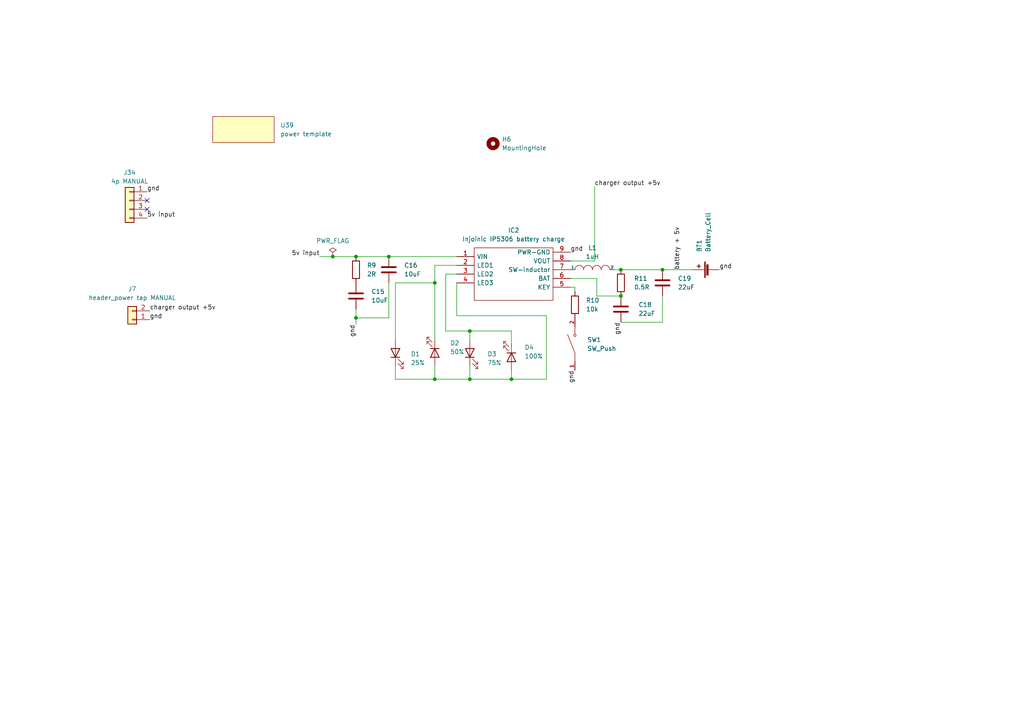
<source format=kicad_sch>
(kicad_sch (version 20211123) (generator eeschema)
  (paper "A4")
  (lib_symbols
    (symbol "Connector_Generic:Conn_01x02" (pin_names (offset 1.016) hide)
      (property "Reference" "J" (at 0 2.54 0))
      (property "Value" "Conn_01x02" (at 0 -5.08 0))
      (symbol "Conn_01x02_1_1"
        (rectangle (start -1.27 -2.413) (end 0 -2.667) (stroke (width 0.1524)))
        (rectangle (start -1.27 0.127) (end 0 -0.127) (stroke (width 0.1524)))
        (rectangle (start -1.27 1.27) (end 1.27 -3.81) (stroke (width 0.254)) (fill (type background)))
        (pin passive line (at -5.08 0 0) (length 3.81) (name "Pin_1") (number "1"))
        (pin passive line (at -5.08 -2.54 0) (length 3.81) (name "Pin_2") (number "2"))
      )
    )
    (symbol "Connector_Generic:Conn_01x04" (pin_names (offset 1.016) hide)
      (property "Reference" "J" (at 0 5.08 0))
      (property "Value" "Conn_01x04" (at 0 -7.62 0))
      (symbol "Conn_01x04_1_1"
        (rectangle (start -1.27 -4.953) (end 0 -5.207) (stroke (width 0.1524)))
        (rectangle (start -1.27 -2.413) (end 0 -2.667) (stroke (width 0.1524)))
        (rectangle (start -1.27 0.127) (end 0 -0.127) (stroke (width 0.1524)))
        (rectangle (start -1.27 2.667) (end 0 2.413) (stroke (width 0.1524)))
        (rectangle (start -1.27 3.81) (end 1.27 -6.35) (stroke (width 0.254)) (fill (type background)))
        (pin passive line (at -5.08 2.54 0) (length 3.81) (name "Pin_1") (number "1"))
        (pin passive line (at -5.08 0 0) (length 3.81) (name "Pin_2") (number "2"))
        (pin passive line (at -5.08 -2.54 0) (length 3.81) (name "Pin_3") (number "3"))
        (pin passive line (at -5.08 -5.08 0) (length 3.81) (name "Pin_4") (number "4"))
      )
    )
    (symbol "Device:Battery_Cell" (pin_numbers hide) (pin_names (offset 0) hide)
      (property "Reference" "BT" (at 2.54 2.54 0))
      (property "Value" "Battery_Cell" (at 2.54 0 0))
      (symbol "Battery_Cell_0_1"
        (rectangle (start -2.286 1.778) (end 2.286 1.524) (fill (type outline)))
        (rectangle (start -1.5748 1.1938) (end 1.4732 0.6858) (fill (type outline)))
        (polyline (pts (xy 0 0.762) (xy 0 0)))
        (polyline (pts (xy 0 1.778) (xy 0 2.54)))
        (polyline (pts (xy 0.508 3.429) (xy 1.524 3.429)) (stroke (width 0.254)))
        (polyline (pts (xy 1.016 3.937) (xy 1.016 2.921)) (stroke (width 0.254)))
      )
      (symbol "Battery_Cell_1_1"
        (pin passive line (at 0 5.08 270) (length 2.54) (name "+") (number "1"))
        (pin passive line (at 0 -2.54 90) (length 2.54) (name "-") (number "2"))
      )
    )
    (symbol "Device:C" (pin_numbers hide) (pin_names (offset 0.254))
      (property "Reference" "C" (at 0.635 2.54 0))
      (property "Value" "C" (at 0.635 -2.54 0))
      (symbol "C_0_1"
        (polyline (pts (xy -2.032 -0.762) (xy 2.032 -0.762)) (stroke (width 0.508)))
        (polyline (pts (xy -2.032 0.762) (xy 2.032 0.762)) (stroke (width 0.508)))
      )
      (symbol "C_1_1"
        (pin passive line (at 0 3.81 270) (length 2.794) (name "~") (number "1"))
        (pin passive line (at 0 -3.81 90) (length 2.794) (name "~") (number "2"))
      )
    )
    (symbol "Device:LED" (pin_numbers hide) (pin_names (offset 1.016) hide)
      (property "Reference" "D" (at 0 2.54 0))
      (property "Value" "LED" (at 0 -2.54 0))
      (symbol "LED_0_1"
        (polyline (pts (xy -1.27 -1.27) (xy -1.27 1.27)) (stroke (width 0.254)))
        (polyline (pts (xy -1.27 0) (xy 1.27 0)))
        (polyline (pts (xy 1.27 -1.27) (xy 1.27 1.27) (xy -1.27 0) (xy 1.27 -1.27)) (stroke (width 0.254)))
        (polyline (pts (xy -3.048 -0.762) (xy -4.572 -2.286) (xy -3.81 -2.286) (xy -4.572 -2.286) (xy -4.572 -1.524)))
        (polyline (pts (xy -1.778 -0.762) (xy -3.302 -2.286) (xy -2.54 -2.286) (xy -3.302 -2.286) (xy -3.302 -1.524)))
      )
      (symbol "LED_1_1"
        (pin passive line (at -3.81 0 0) (length 2.54) (name "K") (number "1"))
        (pin passive line (at 3.81 0 180) (length 2.54) (name "A") (number "2"))
      )
    )
    (symbol "Device:R" (pin_numbers hide) (pin_names (offset 0))
      (property "Reference" "R" (at 2.032 0 90))
      (property "Value" "R" (at 0 0 90))
      (symbol "R_0_1"
        (rectangle (start -1.016 -2.54) (end 1.016 2.54) (stroke (width 0.254)))
      )
      (symbol "R_1_1"
        (pin passive line (at 0 3.81 270) (length 1.27) (name "~") (number "1"))
        (pin passive line (at 0 -3.81 90) (length 1.27) (name "~") (number "2"))
      )
    )
    (symbol "Mechanical:MountingHole" (pin_names (offset 1.016))
      (property "Reference" "H" (at 0 5.08 0))
      (property "Value" "MountingHole" (at 0 3.175 0))
      (symbol "MountingHole_0_1"
        (circle (center 0 0) (radius 1.27) (stroke (width 1.27)))
      )
    )
    (symbol "clarinoid2:Injoinic IP5306 battery charge" (pin_names (offset 0.762))
      (property "Reference" "IC" (at -11.43 10.16 0))
      (property "Value" "Injoinic IP5306 battery charge" (at -11.43 7.62 0))
      (symbol "Injoinic IP5306 battery charge_0_0"
        (pin power_in line (at -16.51 3.81 0) (length 5.08) (name "VIN") (number "1"))
        (pin output line (at -16.51 1.27 0) (length 5.08) (name "LED1") (number "2"))
        (pin output line (at -16.51 -1.27 0) (length 5.08) (name "LED2") (number "3"))
        (pin passive line (at -16.51 -3.81 0) (length 5.08) (name "LED3") (number "4"))
        (pin passive line (at 16.51 -5.08 180) (length 5.08) (name "KEY") (number "5"))
        (pin passive line (at 16.51 -2.54 180) (length 5.08) (name "BAT") (number "6"))
        (pin passive line (at 16.51 0 180) (length 5.08) (name "SW-inductor") (number "7"))
        (pin power_out line (at 16.51 2.54 180) (length 5.08) (name "VOUT") (number "8"))
        (pin power_out line (at 16.51 5.08 180) (length 5.08) (name "PWR-GND") (number "9"))
      )
      (symbol "Injoinic IP5306 battery charge_0_1"
        (polyline (pts (xy -11.43 6.35) (xy 11.43 6.35) (xy 11.43 -8.89) (xy -11.43 -8.89) (xy -11.43 6.35)) (stroke (width 0.1524)))
      )
    )
    (symbol "clarinoid2:Placeholder" (in_bom no)
      (property "Reference" "U" (at 0 0 0))
      (property "Value" "Placeholder" (at 0 -1.27 0))
      (symbol "Placeholder_0_1"
        (rectangle (start -8.89 2.54) (end 8.89 -5.08) (fill (type background)))
      )
    )
    (symbol "clarinoid2:XKB tactile switch jlcpcb TS-1187A-B-A-B" (pin_names (offset 1.016) hide)
      (property "Reference" "S" (at -2.54 2.54 0))
      (property "Value" "XKB tactile switch jlcpcb TS-1187A-B-A-B" (at -2.54 -2.54 0))
      (symbol "XKB tactile switch jlcpcb TS-1187A-B-A-B_0_0"
        (polyline (pts (xy -2.54 0) (xy -5.08 0)) (stroke (width 0.1524)))
        (polyline (pts (xy -2.54 0) (xy 2.794 2.1336)) (stroke (width 0.1524)))
        (polyline (pts (xy 5.08 0) (xy 2.921 0)) (stroke (width 0.1524)))
        (circle (center 2.54 0) (radius 0.3302) (stroke (width 0.1524)))
        (pin passive line (at -7.62 0 0) (length 2.54) (name "~") (number "1"))
        (pin passive line (at 7.62 0 180) (length 2.54) (name "~") (number "2"))
      )
    )
    (symbol "power:PWR_FLAG" (power) (pin_numbers hide) (pin_names (offset 0) hide)
      (property "Value" "PWR_FLAG" (at 0 3.81 0))
      (symbol "PWR_FLAG_0_0"
        (pin power_out line (at 0 0 90) (length 0) (name "pwr") (number "1"))
      )
      (symbol "PWR_FLAG_0_1"
        (polyline (pts (xy 0 0) (xy 0 1.27) (xy -1.016 1.905) (xy 0 2.54) (xy 1.016 1.905) (xy 0 1.27)))
      )
    )
    (symbol "pspice:INDUCTOR" (pin_numbers hide) (pin_names (offset 0))
      (property "Reference" "L" (at 0 2.54 0))
      (property "Value" "INDUCTOR" (at 0 -1.27 0))
      (symbol "INDUCTOR_0_1"
        (arc (start -2.54 0) (mid -3.81 1.27) (end -5.08 0))
        (arc (start 0 0) (mid -1.27 1.27) (end -2.54 0))
        (arc (start 2.54 0) (mid 1.27 1.27) (end 0 0))
        (arc (start 5.08 0) (mid 3.81 1.27) (end 2.54 0))
      )
      (symbol "INDUCTOR_1_1"
        (pin input line (at -6.35 0 0) (length 1.27) (name "1") (number "1"))
        (pin input line (at 6.35 0 180) (length 1.27) (name "2") (number "2"))
      )
    )
  )
  (junction (at 136.271 109.982))
  (junction (at 103.251 92.202))
  (junction (at 180.086 78.232))
  (junction (at 136.271 96.012))
  (junction (at 148.336 109.982))
  (junction (at 103.251 74.422))
  (junction (at 192.151 78.232))
  (junction (at 126.111 82.042))
  (junction (at 96.52 74.422))
  (junction (at 126.111 109.982))
  (junction (at 112.776 74.422))
  (junction (at 180.086 85.852))
  (no_connect (at 42.672 58.166))
  (no_connect (at 42.672 60.706))
  (wire (pts (xy 126.111 76.962) (xy 132.461 76.962)))
  (wire (pts (xy 114.681 109.982) (xy 126.111 109.982)))
  (wire (pts (xy 158.496 91.567) (xy 132.461 91.567)))
  (wire (pts (xy 180.086 78.232) (xy 192.151 78.232)))
  (wire (pts (xy 166.751 83.312) (xy 166.751 84.582)))
  (wire (pts (xy 173.101 85.852) (xy 180.086 85.852)))
  (wire (pts (xy 96.52 74.422) (xy 103.251 74.422)))
  (wire (pts (xy 148.336 107.442) (xy 148.336 109.982)))
  (wire (pts (xy 172.466 75.692) (xy 165.481 75.692)))
  (wire (pts (xy 136.271 106.172) (xy 136.271 109.982)))
  (wire (pts (xy 103.251 89.662) (xy 103.251 92.202)))
  (wire (pts (xy 165.481 83.312) (xy 166.751 83.312)))
  (wire (pts (xy 129.286 79.502) (xy 129.286 96.012)))
  (wire (pts (xy 126.111 109.982) (xy 136.271 109.982)))
  (wire (pts (xy 126.111 82.042) (xy 126.111 76.962)))
  (wire (pts (xy 132.461 91.567) (xy 132.461 82.042)))
  (wire (pts (xy 103.251 74.422) (xy 112.776 74.422)))
  (wire (pts (xy 172.466 54.102) (xy 172.466 75.692)))
  (wire (pts (xy 112.776 92.202) (xy 103.251 92.202)))
  (wire (pts (xy 136.271 96.012) (xy 148.336 96.012)))
  (wire (pts (xy 114.681 98.552) (xy 114.681 82.042)))
  (wire (pts (xy 92.71 74.422) (xy 96.52 74.422)))
  (wire (pts (xy 148.336 109.982) (xy 158.496 109.982)))
  (wire (pts (xy 103.251 92.202) (xy 103.251 94.107)))
  (wire (pts (xy 114.681 82.042) (xy 126.111 82.042)))
  (wire (pts (xy 136.271 96.012) (xy 136.271 98.552)))
  (wire (pts (xy 126.111 106.172) (xy 126.111 109.982)))
  (wire (pts (xy 132.461 79.502) (xy 129.286 79.502)))
  (wire (pts (xy 148.336 99.822) (xy 148.336 96.012)))
  (wire (pts (xy 158.496 109.982) (xy 158.496 91.567)))
  (wire (pts (xy 192.151 78.232) (xy 201.041 78.232)))
  (wire (pts (xy 114.681 106.172) (xy 114.681 109.982)))
  (wire (pts (xy 126.111 98.552) (xy 126.111 82.042)))
  (wire (pts (xy 112.776 74.422) (xy 132.461 74.422)))
  (wire (pts (xy 178.181 78.232) (xy 180.086 78.232)))
  (wire (pts (xy 165.481 80.772) (xy 173.101 80.772)))
  (wire (pts (xy 173.101 80.772) (xy 173.101 85.852)))
  (wire (pts (xy 112.776 82.042) (xy 112.776 92.202)))
  (wire (pts (xy 192.151 93.472) (xy 192.151 85.852)))
  (wire (pts (xy 180.086 93.472) (xy 192.151 93.472)))
  (wire (pts (xy 136.271 109.982) (xy 148.336 109.982)))
  (wire (pts (xy 129.286 96.012) (xy 136.271 96.012)))
  (label "5v input" (at 42.672 63.246 0))
  (label "gnd" (at 43.434 92.71 0))
  (label "5v input" (at 92.71 74.422 180))
  (label "gnd" (at 42.672 55.626 0))
  (label "gnd" (at 208.661 78.232 0))
  (label "charger output +5v" (at 172.466 54.102 0))
  (label "gnd" (at 180.086 93.472 270))
  (label "gnd" (at 166.751 107.442 270))
  (label "gnd" (at 103.251 94.107 270))
  (label "battery + 5v" (at 197.3984 78.232 90))
  (label "gnd" (at 165.481 73.152 0))
  (label "charger output +5v" (at 43.434 90.17 0))
  (symbol (lib_id "clarinoid2:XKB tactile switch jlcpcb TS-1187A-B-A-B") (at 166.751 99.822 90) (unit 1)
    (property "Reference" "SW1" (at 170.307 98.5519 90) (effects (justify right)))
    (property "Value" "SW_Push" (at 170.307 101.0919 90) (effects (justify right)))
    (property "Footprint" "clarinoid2:XKB switch jlcpcb SW_TS-1187A-B-A-B" (effects hide))
    (property "LCSC part number" "C318884" (effects hide))
    (property "STANDARD" "Manufacturer Recommendations" (effects hide))
    (property "MANUFACTURER" "XKB Industrial Precision" (effects hide))
    (property "MAXIMUM_PACKAGE_HEIGHT" "1.5mm" (effects hide))
    (property "PARTREV" "A0" (effects hide))
    (property "verif" "1" (effects hide))
    (property "LCSC" "C318884" (effects hide))
  )
  (symbol (lib_id "Device:R") (at 180.086 82.042 0) (unit 1)
    (property "Reference" "R11" (at 183.896 80.7719 0) (effects (justify left)))
    (property "Value" "0.5R" (at 183.896 83.3119 0) (effects (justify left)))
    (property "Footprint" "Resistor_SMD:R_1206_3216Metric" (effects hide))
    (property "LCSC part number" "C25340" (effects hide))
    (property "verif" "1" (effects hide))
    (property "LCSC" "C25340" (effects hide))
  )
  (symbol (lib_id "Device:Battery_Cell") (at 206.121 78.232 90) (unit 1) (in_bom no)
    (property "Reference" "BT1" (at 202.8189 73.152 0) (effects (justify left)))
    (property "Value" "Battery_Cell" (at 205.3589 73.152 0) (effects (justify left)))
    (property "Footprint" "Battery:BatteryHolder_Keystone_1042_1x18650" (effects hide))
    (property "verif" "1" (effects hide))
  )
  (symbol (lib_id "Device:R") (at 103.251 78.232 0) (unit 1)
    (property "Reference" "R9" (at 106.426 76.9619 0) (effects (justify left)))
    (property "Value" "2R" (at 106.426 79.5019 0) (effects (justify left)))
    (property "Footprint" "Resistor_SMD:R_1206_3216Metric" (effects hide))
    (property "LCSC part number" "C17942" (effects hide))
    (property "verif" "1" (effects hide))
    (property "LCSC" "C17942" (effects hide))
  )
  (symbol (lib_id "Device:C") (at 192.151 82.042 0) (unit 1)
    (property "Reference" "C19" (at 196.596 80.7719 0) (effects (justify left)))
    (property "Value" "22uF" (at 196.596 83.3119 0) (effects (justify left)))
    (property "Footprint" "Capacitor_SMD:C_0805_2012Metric" (effects hide))
    (property "LCSC part number" "C602037" (effects hide))
    (property "verif" "1" (effects hide))
    (property "LCSC" "C602037" (effects hide))
  )
  (symbol (lib_id "Device:C") (at 103.251 85.852 0) (unit 1)
    (property "Reference" "C15" (at 107.696 84.5819 0) (effects (justify left)))
    (property "Value" "10uF" (at 107.696 87.1219 0) (effects (justify left)))
    (property "Footprint" "Capacitor_SMD:C_0805_2012Metric" (effects hide))
    (property "LCSC part number" "C15850" (effects hide))
    (property "verif" "1" (effects hide))
    (property "LCSC" "C15850" (effects hide))
  )
  (symbol (lib_id "clarinoid2:Placeholder") (at 70.612 36.322 0) (unit 1) (in_bom no)
    (property "Reference" "U39" (at 81.28 36.3219 0) (effects (justify left)))
    (property "Value" "power template" (at 81.28 38.8619 0) (effects (justify left)))
    (property "Footprint" "clarinoid2:dev board power board template" (effects hide))
    (property "verif" "1" (effects hide))
  )
  (symbol (lib_id "Device:LED") (at 148.336 103.632 270) (unit 1)
    (property "Reference" "D4" (at 152.146 100.7744 90) (effects (justify left)))
    (property "Value" "100%" (at 152.146 103.3144 90) (effects (justify left)))
    (property "Footprint" "LED_SMD:LED_0805_2012Metric" (effects hide))
    (property "LCSC part number" "C264424" (effects hide))
    (property "verif" "1" (effects hide))
    (property "LCSC" "C264424" (effects hide))
  )
  (symbol (lib_id "Device:LED") (at 126.111 102.362 270) (unit 1)
    (property "Reference" "D2" (at 130.556 99.5044 90) (effects (justify left)))
    (property "Value" "50%" (at 130.556 102.0444 90) (effects (justify left)))
    (property "Footprint" "LED_SMD:LED_0805_2012Metric" (effects hide))
    (property "LCSC part number" "C264424" (effects hide))
    (property "verif" "1" (effects hide))
    (property "LCSC" "C264424" (effects hide))
  )
  (symbol (lib_id "Device:C") (at 180.086 89.662 0) (unit 1)
    (property "Reference" "C18" (at 185.166 88.3919 0) (effects (justify left)))
    (property "Value" "22uF" (at 185.166 90.9319 0) (effects (justify left)))
    (property "Footprint" "Capacitor_SMD:C_0805_2012Metric" (effects hide))
    (property "LCSC part number" "C602037" (effects hide))
    (property "verif" "1" (effects hide))
    (property "LCSC" "C602037" (effects hide))
  )
  (symbol (lib_id "Mechanical:MountingHole") (at 143.002 41.656 0) (unit 1)
    (property "Reference" "H6" (at 145.542 40.3859 0) (effects (justify left)))
    (property "Value" "MountingHole" (at 145.542 42.9259 0) (effects (justify left)))
    (property "Footprint" "MountingHole:MountingHole_3.2mm_M3" (effects hide))
    (property "MANUFACTURER" "Wurth" (effects hide))
    (property "verif" "1" (effects hide))
  )
  (symbol (lib_id "clarinoid2:Injoinic IP5306 battery charge") (at 148.971 78.232 0) (unit 1)
    (property "Reference" "IC2" (at 148.971 66.802 0))
    (property "Value" "Injoinic IP5306 battery charge" (at 148.971 69.342 0))
    (property "Footprint" "SamacSys_Parts:SOIC127P599X155-9N" (effects hide))
    (property "Datasheet" "http://www.injoinic.com/wwwroot/uploads/files/20200221/0405f23c247a34d3990ae100c8b20a27.pdf" (effects hide))
    (property "LCSC part number" "C181692" (effects hide))
    (property "verif" "1" (effects hide))
    (property "LCSC" "C181692" (effects hide))
  )
  (symbol (lib_id "power:PWR_FLAG") (at 96.52 74.422 0) (unit 1)
    (property "Reference" "#FLG0104" (effects hide))
    (property "Value" "PWR_FLAG" (at 96.52 69.85 0))
  )
  (symbol (lib_id "Device:C") (at 112.776 78.232 0) (unit 1)
    (property "Reference" "C16" (at 117.221 76.9619 0) (effects (justify left)))
    (property "Value" "10uF" (at 117.221 79.5019 0) (effects (justify left)))
    (property "Footprint" "Capacitor_SMD:C_0805_2012Metric" (effects hide))
    (property "LCSC part number" "C15850" (effects hide))
    (property "verif" "1" (effects hide))
    (property "LCSC" "C15850" (effects hide))
  )
  (symbol (lib_id "Connector_Generic:Conn_01x04") (at 37.592 58.166 0) (mirror y) (unit 1) (in_bom no)
    (property "Reference" "J34" (at 37.592 50.038 0))
    (property "Value" "4p MANUAL" (at 37.592 52.578 0))
    (property "Footprint" "Connector_PinHeader_2.54mm:PinHeader_1x04_P2.54mm_Vertical" (effects hide))
    (property "verif" "1" (effects hide))
  )
  (symbol (lib_id "Device:LED") (at 136.271 102.362 90) (unit 1)
    (property "Reference" "D3" (at 141.351 102.6794 90) (effects (justify right)))
    (property "Value" "75%" (at 141.351 105.2194 90) (effects (justify right)))
    (property "Footprint" "LED_SMD:LED_0805_2012Metric" (effects hide))
    (property "LCSC part number" "C264424" (effects hide))
    (property "verif" "1" (effects hide))
    (property "LCSC" "C264424" (effects hide))
  )
  (symbol (lib_id "Device:R") (at 166.751 88.392 0) (unit 1)
    (property "Reference" "R10" (at 169.926 87.1219 0) (effects (justify left)))
    (property "Value" "10k" (at 169.926 89.6619 0) (effects (justify left)))
    (property "Footprint" "Resistor_SMD:R_1206_3216Metric" (effects hide))
    (property "LCSC part number" "C17902" (effects hide))
    (property "verif" "1" (effects hide))
    (property "LCSC" "C17902" (effects hide))
  )
  (symbol (lib_id "Connector_Generic:Conn_01x02") (at 38.354 92.71 180) (unit 1) (in_bom no)
    (property "Reference" "J7" (at 38.354 83.82 0))
    (property "Value" "header_power tap MANUAL" (at 38.354 86.36 0))
    (property "Footprint" "Connector_PinHeader_2.54mm:PinHeader_1x02_P2.54mm_Vertical" (effects hide))
    (property "verif" "1" (effects hide))
  )
  (symbol (lib_id "Device:LED") (at 114.681 102.362 90) (unit 1)
    (property "Reference" "D1" (at 119.126 102.6794 90) (effects (justify right)))
    (property "Value" "25%" (at 119.126 105.2194 90) (effects (justify right)))
    (property "Footprint" "LED_SMD:LED_0805_2012Metric" (effects hide))
    (property "LCSC part number" "C264424" (effects hide))
    (property "verif" "1" (effects hide))
    (property "LCSC" "C264424" (effects hide))
  )
  (symbol (lib_id "pspice:INDUCTOR") (at 171.831 78.232 0) (unit 1)
    (property "Reference" "L1" (at 171.831 71.882 0))
    (property "Value" "1uH" (at 171.831 74.422 0))
    (property "Footprint" "clarinoid2:Inductor_MCS0630-1R0MN2" (effects hide))
    (property "LCSC part number" "C112125" (effects hide))
    (property "verif" "1" (effects hide))
    (property "LCSC" "C112125" (effects hide))
  )
)
</source>
